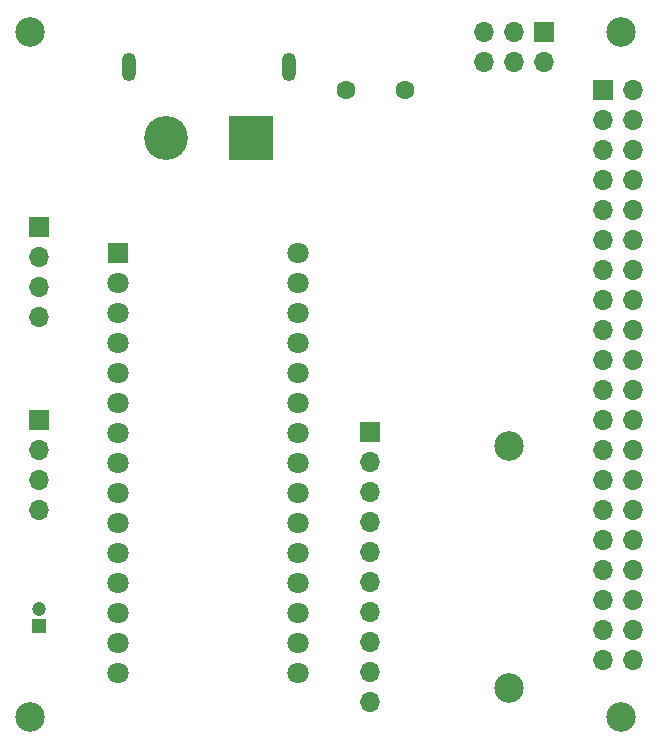
<source format=gbr>
%TF.GenerationSoftware,KiCad,Pcbnew,(6.0.4)*%
%TF.CreationDate,2022-09-08T01:36:39-04:00*%
%TF.ProjectId,Pi_HAT,50695f48-4154-42e6-9b69-6361645f7063,rev?*%
%TF.SameCoordinates,Original*%
%TF.FileFunction,Soldermask,Top*%
%TF.FilePolarity,Negative*%
%FSLAX46Y46*%
G04 Gerber Fmt 4.6, Leading zero omitted, Abs format (unit mm)*
G04 Created by KiCad (PCBNEW (6.0.4)) date 2022-09-08 01:36:39*
%MOMM*%
%LPD*%
G01*
G04 APERTURE LIST*
%ADD10R,1.800000X1.800000*%
%ADD11C,1.800000*%
%ADD12R,1.700000X1.700000*%
%ADD13O,1.700000X1.700000*%
%ADD14C,2.500000*%
%ADD15C,1.600000*%
%ADD16R,3.716000X3.716000*%
%ADD17C,3.716000*%
%ADD18O,1.200000X2.400000*%
%ADD19R,1.200000X1.200000*%
%ADD20C,1.200000*%
G04 APERTURE END LIST*
D10*
%TO.C,TB1*%
X109880000Y-93220000D03*
D11*
X109880000Y-95760000D03*
X109880000Y-98300000D03*
X109880000Y-100840000D03*
X109880000Y-103380000D03*
X109880000Y-105920000D03*
X109880000Y-108460000D03*
X109880000Y-111000000D03*
X109880000Y-113540000D03*
X109880000Y-116080000D03*
X109880000Y-118620000D03*
X109880000Y-121160000D03*
X109880000Y-123700000D03*
X109880000Y-126240000D03*
X109880000Y-128780000D03*
X125120000Y-128780000D03*
X125120000Y-126240000D03*
X125120000Y-123700000D03*
X125120000Y-121160000D03*
X125120000Y-118620000D03*
X125120000Y-116080000D03*
X125120000Y-113540000D03*
X125120000Y-111000000D03*
X125120000Y-108460000D03*
X125120000Y-105920000D03*
X125120000Y-103380000D03*
X125120000Y-100840000D03*
X125120000Y-98300000D03*
X125120000Y-95760000D03*
X125120000Y-93220000D03*
%TD*%
D12*
%TO.C,J3*%
X146000000Y-74500000D03*
D13*
X146000000Y-77040000D03*
X143460000Y-74500000D03*
X143460000Y-77040000D03*
X140920000Y-74500000D03*
X140920000Y-77040000D03*
%TD*%
D14*
%TO.C,H1*%
X152500000Y-74500000D03*
%TD*%
%TO.C,H2*%
X102500000Y-74500000D03*
%TD*%
%TO.C,H3*%
X102500000Y-132500000D03*
%TD*%
D12*
%TO.C,J1*%
X131250000Y-108300000D03*
D13*
X131250000Y-110840000D03*
X131250000Y-113380000D03*
X131250000Y-115920000D03*
X131250000Y-118460000D03*
X131250000Y-121000000D03*
X131250000Y-123540000D03*
X131250000Y-126080000D03*
X131250000Y-128620000D03*
X131250000Y-131160000D03*
%TD*%
D14*
%TO.C,H4*%
X152500000Y-132500000D03*
%TD*%
D12*
%TO.C,J2*%
X151000000Y-79400000D03*
D13*
X153540000Y-79400000D03*
X151000000Y-81940000D03*
X153540000Y-81940000D03*
X151000000Y-84480000D03*
X153540000Y-84480000D03*
X151000000Y-87020000D03*
X153540000Y-87020000D03*
X151000000Y-89560000D03*
X153540000Y-89560000D03*
X151000000Y-92100000D03*
X153540000Y-92100000D03*
X151000000Y-94640000D03*
X153540000Y-94640000D03*
X151000000Y-97180000D03*
X153540000Y-97180000D03*
X151000000Y-99720000D03*
X153540000Y-99720000D03*
X151000000Y-102260000D03*
X153540000Y-102260000D03*
X151000000Y-104800000D03*
X153540000Y-104800000D03*
X151000000Y-107340000D03*
X153540000Y-107340000D03*
X151000000Y-109880000D03*
X153540000Y-109880000D03*
X151000000Y-112420000D03*
X153540000Y-112420000D03*
X151000000Y-114960000D03*
X153540000Y-114960000D03*
X151000000Y-117500000D03*
X153540000Y-117500000D03*
X151000000Y-120040000D03*
X153540000Y-120040000D03*
X151000000Y-122580000D03*
X153540000Y-122580000D03*
X151000000Y-125120000D03*
X153540000Y-125120000D03*
X151000000Y-127660000D03*
X153540000Y-127660000D03*
%TD*%
D15*
%TO.C,C1*%
X129200000Y-79400000D03*
X134200000Y-79400000D03*
%TD*%
D12*
%TO.C,J4*%
X103200000Y-91000000D03*
D13*
X103200000Y-93540000D03*
X103200000Y-96080000D03*
X103200000Y-98620000D03*
%TD*%
D16*
%TO.C,J5*%
X121200000Y-83465750D03*
D17*
X114000000Y-83465750D03*
D18*
X124350000Y-77465750D03*
X110850000Y-77465750D03*
%TD*%
D14*
%TO.C,H5*%
X143000000Y-109500000D03*
%TD*%
%TO.C,H6*%
X143000000Y-130000000D03*
%TD*%
D19*
%TO.C,C2*%
X103200000Y-124800000D03*
D20*
X103200000Y-123300000D03*
%TD*%
D12*
%TO.C,J6*%
X103200000Y-107300000D03*
D13*
X103200000Y-109840000D03*
X103200000Y-112380000D03*
X103200000Y-114920000D03*
%TD*%
M02*

</source>
